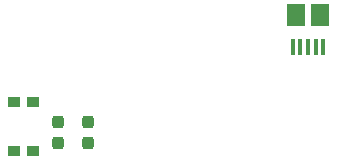
<source format=gbr>
%TF.GenerationSoftware,KiCad,Pcbnew,(6.0.0)*%
%TF.CreationDate,2022-04-23T17:17:18+01:00*%
%TF.ProjectId,BM83 prog,424d3833-2070-4726-9f67-2e6b69636164,rev?*%
%TF.SameCoordinates,Original*%
%TF.FileFunction,Paste,Top*%
%TF.FilePolarity,Positive*%
%FSLAX46Y46*%
G04 Gerber Fmt 4.6, Leading zero omitted, Abs format (unit mm)*
G04 Created by KiCad (PCBNEW (6.0.0)) date 2022-04-23 17:17:18*
%MOMM*%
%LPD*%
G01*
G04 APERTURE LIST*
G04 Aperture macros list*
%AMRoundRect*
0 Rectangle with rounded corners*
0 $1 Rounding radius*
0 $2 $3 $4 $5 $6 $7 $8 $9 X,Y pos of 4 corners*
0 Add a 4 corners polygon primitive as box body*
4,1,4,$2,$3,$4,$5,$6,$7,$8,$9,$2,$3,0*
0 Add four circle primitives for the rounded corners*
1,1,$1+$1,$2,$3*
1,1,$1+$1,$4,$5*
1,1,$1+$1,$6,$7*
1,1,$1+$1,$8,$9*
0 Add four rect primitives between the rounded corners*
20,1,$1+$1,$2,$3,$4,$5,0*
20,1,$1+$1,$4,$5,$6,$7,0*
20,1,$1+$1,$6,$7,$8,$9,0*
20,1,$1+$1,$8,$9,$2,$3,0*%
G04 Aperture macros list end*
%ADD10RoundRect,0.237500X0.237500X-0.287500X0.237500X0.287500X-0.237500X0.287500X-0.237500X-0.287500X0*%
%ADD11R,0.400000X1.350000*%
%ADD12R,1.500000X1.900000*%
%ADD13R,1.000000X0.900000*%
G04 APERTURE END LIST*
D10*
%TO.C,D2*%
X132140744Y-94175000D03*
X132140744Y-92425000D03*
%TD*%
D11*
%TO.C,J2*%
X154600000Y-86052500D03*
X153950000Y-86052500D03*
X153300000Y-86052500D03*
X152650000Y-86052500D03*
X152000000Y-86052500D03*
D12*
X154300000Y-83352500D03*
X152300000Y-83352500D03*
%TD*%
D10*
%TO.C,D1*%
X134640744Y-94175000D03*
X134640744Y-92425000D03*
%TD*%
D13*
%TO.C,MFB*%
X128400000Y-94850000D03*
X128400000Y-90750000D03*
X130000000Y-90750000D03*
X130000000Y-94850000D03*
%TD*%
M02*

</source>
